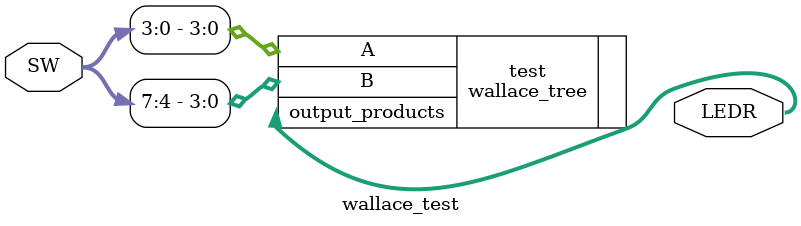
<source format=v>
module wallace_test(SW, LEDR);
   input [7:0] SW;
   output [7:0] LEDR;
	
	wallace_tree test(.A(SW[3:0]), .B(SW[7:4]), .output_products(LEDR[7:0]));
endmodule 
</source>
